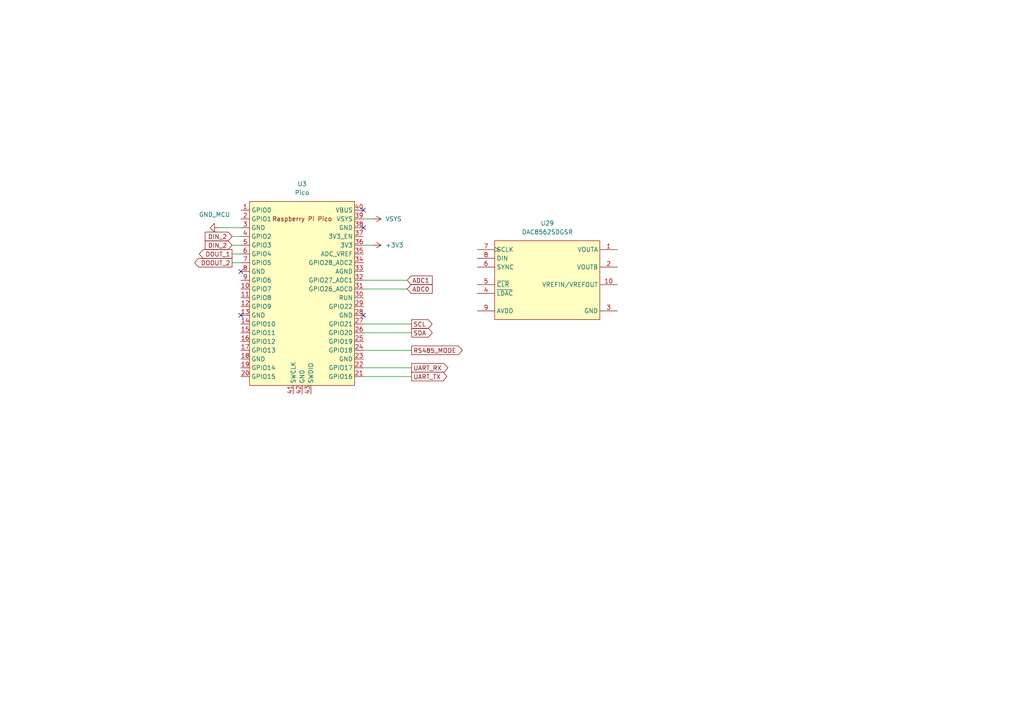
<source format=kicad_sch>
(kicad_sch (version 20250114) (generator "eeschema") (generator_version "9.0")
  (paper "A4")
  (lib_symbols
    (symbol "EasyEDA:DAC8562SDGSR"
      (property "Reference" "U" (at 0 13.97 0))
      (property "Value" "DAC8562SDGSR" (at 0 -13.97 0))
      (symbol "DAC8562SDGSR_0_1"
        (rectangle (start -15.24 11.43) (end 15.24 -11.43) (fill (type background)))
        (pin unspecified clock (at -20.32 8.89 0) (length 5.08) (name "SCLK") (number "7"))
        (pin unspecified line (at -20.32 6.35 0) (length 5.08) (name "DIN") (number "8"))
        (pin unspecified line (at -20.32 3.81 0) (length 5.08) (name "SYNC") (number "6"))
        (pin unspecified line (at -20.32 -1.27 0) (length 5.08) (name "~{CLR}") (number "5"))
        (pin unspecified line (at -20.32 -3.81 0) (length 5.08) (name "~{LDAC}") (number "4"))
        (pin power_in line (at -20.32 -8.89 0) (length 5.08) (name "AVDD") (number "9"))
        (pin output line (at 20.32 8.89 180) (length 5.08) (name "VOUTA") (number "1"))
        (pin output line (at 20.32 3.81 180) (length 5.08) (name "VOUTB") (number "2"))
        (pin bidirectional line (at 20.32 -1.27 180) (length 5.08) (name "VREFIN/VREFOUT") (number "10"))
        (pin power_in line (at 20.32 -8.89 180) (length 5.08) (name "GND") (number "3"))
      )
    )
    (symbol "RP_Pico:Pico"
      (property "Reference" "U" (at -13.97 27.94 0))
      (property "Value" "Pico" (at 0 19.05 0))
      (symbol "Pico_0_0"
        (text "Raspberry Pi Pico" (at 0 21.59 0) (effects (font (size 1.27 1.27))))
      )
      (symbol "Pico_0_1"
        (rectangle (start -15.24 26.67) (end 15.24 -26.67) (fill (type background)))
      )
      (symbol "Pico_1_1"
        (pin bidirectional line (at -17.78 24.13 0) (length 2.54) (name "GPIO0") (number "1"))
        (pin bidirectional line (at -17.78 21.59 0) (length 2.54) (name "GPIO1") (number "2"))
        (pin power_in line (at -17.78 19.05 0) (length 2.54) (name "GND") (number "3"))
        (pin bidirectional line (at -17.78 16.51 0) (length 2.54) (name "GPIO2") (number "4"))
        (pin bidirectional line (at -17.78 13.97 0) (length 2.54) (name "GPIO3") (number "5"))
        (pin bidirectional line (at -17.78 11.43 0) (length 2.54) (name "GPIO4") (number "6"))
        (pin bidirectional line (at -17.78 8.89 0) (length 2.54) (name "GPIO5") (number "7"))
        (pin power_in line (at -17.78 6.35 0) (length 2.54) (name "GND") (number "8"))
        (pin bidirectional line (at -17.78 3.81 0) (length 2.54) (name "GPIO6") (number "9"))
        (pin bidirectional line (at -17.78 1.27 0) (length 2.54) (name "GPIO7") (number "10"))
        (pin bidirectional line (at -17.78 -1.27 0) (length 2.54) (name "GPIO8") (number "11"))
        (pin bidirectional line (at -17.78 -3.81 0) (length 2.54) (name "GPIO9") (number "12"))
        (pin power_in line (at -17.78 -6.35 0) (length 2.54) (name "GND") (number "13"))
        (pin bidirectional line (at -17.78 -8.89 0) (length 2.54) (name "GPIO10") (number "14"))
        (pin bidirectional line (at -17.78 -11.43 0) (length 2.54) (name "GPIO11") (number "15"))
        (pin bidirectional line (at -17.78 -13.97 0) (length 2.54) (name "GPIO12") (number "16"))
        (pin bidirectional line (at -17.78 -16.51 0) (length 2.54) (name "GPIO13") (number "17"))
        (pin power_in line (at -17.78 -19.05 0) (length 2.54) (name "GND") (number "18"))
        (pin bidirectional line (at -17.78 -21.59 0) (length 2.54) (name "GPIO14") (number "19"))
        (pin bidirectional line (at -17.78 -24.13 0) (length 2.54) (name "GPIO15") (number "20"))
        (pin input line (at -2.54 -29.21 90) (length 2.54) (name "SWCLK") (number "41"))
        (pin power_in line (at 0 -29.21 90) (length 2.54) (name "GND") (number "42"))
        (pin bidirectional line (at 2.54 -29.21 90) (length 2.54) (name "SWDIO") (number "43"))
        (pin power_in line (at 17.78 24.13 180) (length 2.54) (name "VBUS") (number "40"))
        (pin power_in line (at 17.78 21.59 180) (length 2.54) (name "VSYS") (number "39"))
        (pin bidirectional line (at 17.78 19.05 180) (length 2.54) (name "GND") (number "38"))
        (pin input line (at 17.78 16.51 180) (length 2.54) (name "3V3_EN") (number "37"))
        (pin power_in line (at 17.78 13.97 180) (length 2.54) (name "3V3") (number "36"))
        (pin power_in line (at 17.78 11.43 180) (length 2.54) (name "ADC_VREF") (number "35"))
        (pin bidirectional line (at 17.78 8.89 180) (length 2.54) (name "GPIO28_ADC2") (number "34"))
        (pin power_in line (at 17.78 6.35 180) (length 2.54) (name "AGND") (number "33"))
        (pin bidirectional line (at 17.78 3.81 180) (length 2.54) (name "GPIO27_ADC1") (number "32"))
        (pin bidirectional line (at 17.78 1.27 180) (length 2.54) (name "GPIO26_ADC0") (number "31"))
        (pin input line (at 17.78 -1.27 180) (length 2.54) (name "RUN") (number "30"))
        (pin bidirectional line (at 17.78 -3.81 180) (length 2.54) (name "GPIO22") (number "29"))
        (pin power_in line (at 17.78 -6.35 180) (length 2.54) (name "GND") (number "28"))
        (pin bidirectional line (at 17.78 -8.89 180) (length 2.54) (name "GPIO21") (number "27"))
        (pin bidirectional line (at 17.78 -11.43 180) (length 2.54) (name "GPIO20") (number "26"))
        (pin bidirectional line (at 17.78 -13.97 180) (length 2.54) (name "GPIO19") (number "25"))
        (pin bidirectional line (at 17.78 -16.51 180) (length 2.54) (name "GPIO18") (number "24"))
        (pin power_in line (at 17.78 -19.05 180) (length 2.54) (name "GND") (number "23"))
        (pin bidirectional line (at 17.78 -21.59 180) (length 2.54) (name "GPIO17") (number "22"))
        (pin bidirectional line (at 17.78 -24.13 180) (length 2.54) (name "GPIO16") (number "21"))
      )
    )
    (symbol "power:+3V3" (power) (pin_numbers (hide yes)) (pin_names (offset 0) (hide yes))
      (property "Value" "+3V3" (at 0 3.556 0))
      (symbol "+3V3_0_1"
        (polyline (pts (xy -0.762 1.27) (xy 0 2.54)))
        (polyline (pts (xy 0 2.54) (xy 0.762 1.27)))
        (polyline (pts (xy 0 0) (xy 0 2.54)))
      )
      (symbol "+3V3_1_1"
        (pin power_in line (at 0 0 90) (length 0) (name "~") (number "1"))
      )
    )
    (symbol "power:+5V" (power) (pin_numbers (hide yes)) (pin_names (offset 0) (hide yes))
      (property "Value" "+5V" (at 0 3.556 0))
      (symbol "+5V_0_1"
        (polyline (pts (xy -0.762 1.27) (xy 0 2.54)))
        (polyline (pts (xy 0 2.54) (xy 0.762 1.27)))
        (polyline (pts (xy 0 0) (xy 0 2.54)))
      )
      (symbol "+5V_1_1"
        (pin power_in line (at 0 0 90) (length 0) (name "~") (number "1"))
      )
    )
    (symbol "power:GND" (power) (pin_numbers (hide yes)) (pin_names (offset 0) (hide yes))
      (property "Value" "GND" (at 0 -3.81 0))
      (symbol "GND_0_1"
        (polyline (pts (xy 0 0) (xy 0 -1.27) (xy 1.27 -1.27) (xy 0 -2.54) (xy -1.27 -1.27) (xy 0 -1.27)))
      )
      (symbol "GND_1_1"
        (pin power_in line (at 0 0 270) (length 0) (name "~") (number "1"))
      )
    )
  )
  (no_connect (at 105.41 60.96))
  (no_connect (at 69.85 91.44))
  (no_connect (at 105.41 91.44))
  (no_connect (at 105.41 66.04))
  (no_connect (at 69.85 78.74))
  (wire (pts (xy 105.41 96.52) (xy 119.38 96.52)))
  (wire (pts (xy 67.31 73.66) (xy 69.85 73.66)))
  (wire (pts (xy 105.41 109.22) (xy 119.38 109.22)))
  (wire (pts (xy 105.41 63.5) (xy 107.95 63.5)))
  (wire (pts (xy 105.41 93.98) (xy 119.38 93.98)))
  (wire (pts (xy 105.41 81.28) (xy 118.11 81.28)))
  (wire (pts (xy 63.5 66.04) (xy 69.85 66.04)))
  (wire (pts (xy 67.31 68.58) (xy 69.85 68.58)))
  (wire (pts (xy 105.41 101.6) (xy 119.38 101.6)))
  (wire (pts (xy 105.41 83.82) (xy 118.11 83.82)))
  (wire (pts (xy 105.41 106.68) (xy 119.38 106.68)))
  (wire (pts (xy 67.31 71.12) (xy 69.85 71.12)))
  (wire (pts (xy 105.41 71.12) (xy 107.95 71.12)))
  (wire (pts (xy 67.31 76.2) (xy 69.85 76.2)))
  (global_label "SDA" (shape output) (at 119.38 96.52 0) (property "Intersheetrefs" "${INTERSHEET_REFS}" (effects (hide yes))))
  (global_label "DOUT_1" (shape output) (at 67.31 73.66 180) (property "Intersheetrefs" "${INTERSHEET_REFS}" (effects (hide yes))))
  (global_label "UART_TX" (shape output) (at 119.38 109.22 0) (property "Intersheetrefs" "${INTERSHEET_REFS}" (effects (hide yes))))
  (global_label "DIN_2" (shape input) (at 67.31 71.12 180) (property "Intersheetrefs" "${INTERSHEET_REFS}" (effects (hide yes))))
  (global_label "UART_RX" (shape output) (at 119.38 106.68 0) (property "Intersheetrefs" "${INTERSHEET_REFS}" (effects (hide yes))))
  (global_label "DOOUT_2" (shape output) (at 67.31 76.2 180) (property "Intersheetrefs" "${INTERSHEET_REFS}" (effects (hide yes))))
  (global_label "RS485_MODE" (shape output) (at 119.38 101.6 0) (property "Intersheetrefs" "${INTERSHEET_REFS}" (effects (hide yes))))
  (global_label "SCL" (shape output) (at 119.38 93.98 0) (property "Intersheetrefs" "${INTERSHEET_REFS}" (effects (hide yes))))
  (global_label "ADC1" (shape input) (at 118.11 81.28 0) (property "Intersheetrefs" "${INTERSHEET_REFS}" (effects (hide yes))))
  (global_label "DIN_2" (shape input) (at 67.31 68.58 180) (property "Intersheetrefs" "${INTERSHEET_REFS}" (effects (hide yes))))
  (global_label "ADC0" (shape input) (at 118.11 83.82 0) (property "Intersheetrefs" "${INTERSHEET_REFS}" (effects (hide yes))))
  (symbol (lib_id "power:+5V") (at 107.95 63.5 270) (unit 1)
    (property "Reference" "#PWR024" (effects (hide yes)))
    (property "Value" "VSYS" (at 111.76 63.4999 90) (effects (justify left)))
    (property "Description" "Power symbol creates a global label with name \"+5V\"" (effects (hide yes)))
  )
  (symbol (lib_id "power:GND") (at 63.5 66.04 270) (unit 1)
    (property "Reference" "#PWR03" (effects (hide yes)))
    (property "Value" "GND_MCU" (at 62.23 62.23 90))
    (property "Description" "Power symbol creates a global label with name \"GND\" , ground" (effects (hide yes)))
  )
  (symbol (lib_id "EasyEDA:DAC8562SDGSR") (at 158.75 81.28 0) (unit 1)
    (property "Reference" "U29" (at 158.75 64.77 0))
    (property "Value" "DAC8562SDGSR" (at 158.75 67.31 0))
    (property "Footprint" "EasyEDA:VSSOP-10_L3.0-W3.0-P0.50-LS4.9-BL" (effects (hide yes)))
    (property "Datasheet" "https://lcsc.com/product-detail/Digital-To-Analog-Converters-DACs_TI_DAC8562SDGSR_DAC8562SDGSR_C127965.html" (effects (hide yes)))
    (property "LCSC Part" "C127965" (effects (hide yes)))
  )
  (symbol (lib_id "RP_Pico:Pico") (at 87.63 85.09 0) (unit 1)
    (property "Reference" "U3" (at 87.63 53.34 0))
    (property "Value" "Pico" (at 87.63 55.88 0))
    (property "Footprint" "MCU_RaspberryPi_and_Boards:RPi_Pico_SMD_TH" (effects (hide yes)))
  )
  (symbol (lib_id "power:+3V3") (at 107.95 71.12 270) (unit 1)
    (property "Reference" "#PWR01" (effects (hide yes)))
    (property "Value" "+3V3" (at 111.76 71.1199 90) (effects (justify left)))
    (property "Description" "Power symbol creates a global label with name \"+3V3\"" (effects (hide yes)))
  )
)
</source>
